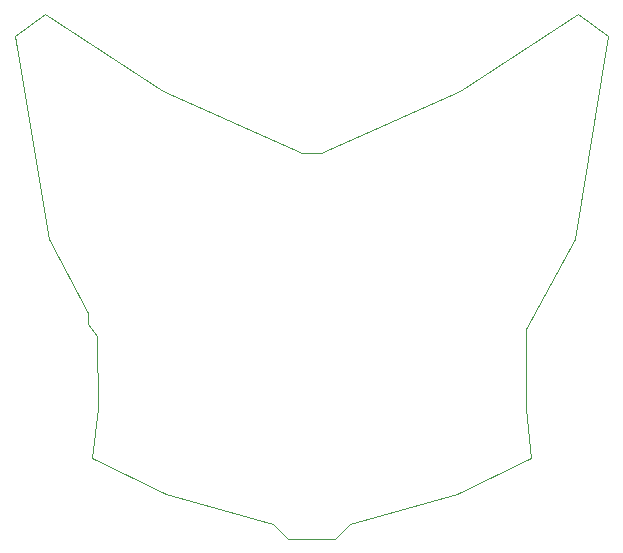
<source format=gbr>
G04 #@! TF.GenerationSoftware,KiCad,Pcbnew,5.0.2-1.fc29*
G04 #@! TF.CreationDate,2019-03-18T00:33:18+01:00*
G04 #@! TF.ProjectId,fuccs-shitty-addon,66756363-732d-4736-9869-7474792d6164,rev?*
G04 #@! TF.SameCoordinates,Original*
G04 #@! TF.FileFunction,Profile,NP*
%FSLAX46Y46*%
G04 Gerber Fmt 4.6, Leading zero omitted, Abs format (unit mm)*
G04 Created by KiCad (PCBNEW 5.0.2-1.fc29) date Mon 18 Mar 2019 00:33:18 CET*
%MOMM*%
%LPD*%
G01*
G04 APERTURE LIST*
%ADD10C,0.100000*%
G04 APERTURE END LIST*
D10*
X-22564212Y44493850D02*
X-12591695Y37921640D01*
X-12591695Y37921640D02*
X-787248Y32714733D01*
X-787248Y32714733D02*
X787332Y32714733D01*
X787332Y32714733D02*
X12591772Y37921640D01*
X12591772Y37921640D02*
X22564292Y44491780D01*
X22564292Y44491780D02*
X25079902Y42566320D01*
X25079902Y42566320D02*
X22273352Y25429383D01*
X22273352Y25429383D02*
X18183682Y17794713D01*
X18183682Y17794713D02*
X18111382Y11130513D01*
X18111382Y11130513D02*
X18605412Y6902353D01*
X18605412Y6902353D02*
X12302952Y3796603D01*
X12302952Y3796603D02*
X3263712Y1265483D01*
X3263712Y1265483D02*
X2013652Y28873D01*
X2013652Y28873D02*
X1984152Y-27D01*
X1984152Y-27D02*
X-1984598Y-27D01*
X-1984598Y-27D02*
X-3263588Y1265523D01*
X-3263588Y1265523D02*
X-12304895Y3796643D01*
X-12304895Y3796643D02*
X-18607344Y6902393D01*
X-18607344Y6902393D02*
X-18113324Y11130553D01*
X-18113324Y11130553D02*
X-18177924Y17243873D01*
X-18177924Y17243873D02*
X-18927754Y18202993D01*
X-18927754Y18202993D02*
X-18925754Y19177613D01*
X-18925754Y19177613D02*
X-22273352Y25429423D01*
X-22273352Y25429423D02*
X-25079902Y42566360D01*
X-25079902Y42566360D02*
X-22564212Y44493850D01*
M02*

</source>
